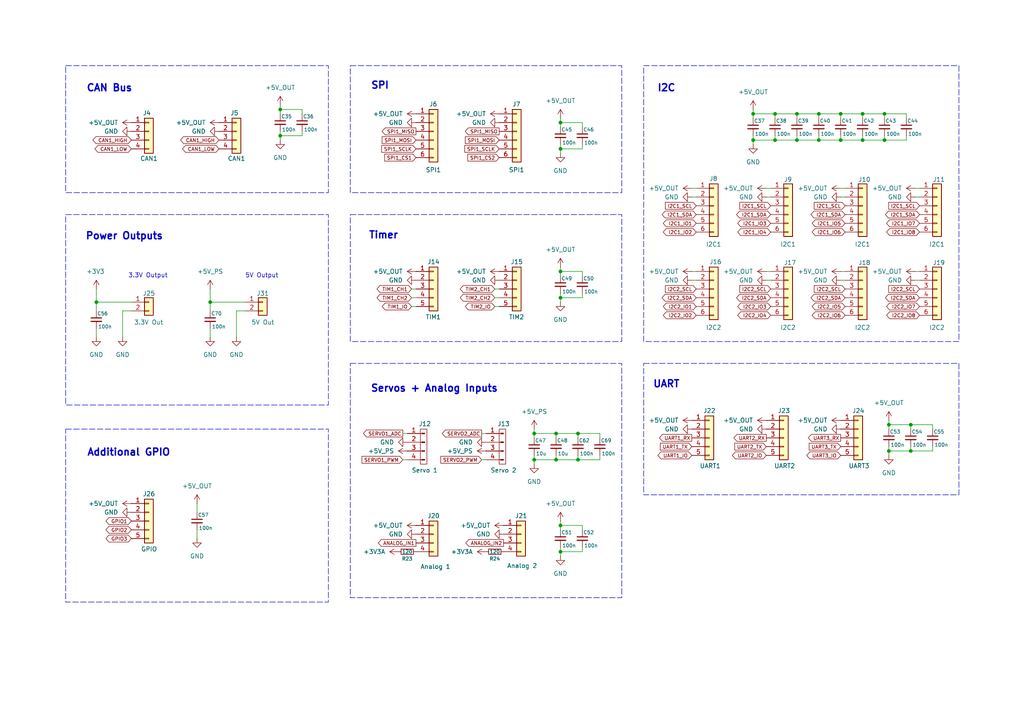
<source format=kicad_sch>
(kicad_sch (version 20231120) (generator "eeschema") (generator_version "8.0")
  (paper "A4")
  (title_block (title "LARS Hardware Interface") (date "2025-03-04") (rev "v1.0") (company "CAuDri e.V.") (comment 1 "Source: https://ohwr.org/cern_ohl_w_v2.txt") (comment 2 "A copy of the license is included in the LICENSE file.") (comment 3 "Redistribution and modifications must comply with CERN-OHL-W v2.") (comment 4 "This design is licensed under CERN Open Hardware Licence Version 2."))
  (junction (at 81.28 39.37))
  (junction (at 237.49 40.64))
  (junction (at 162.56 152.4))
  (junction (at 243.84 40.64))
  (junction (at 257.81 123.19))
  (junction (at 27.94 87.63))
  (junction (at 154.94 125.73))
  (junction (at 264.16 123.19))
  (junction (at 154.94 133.35))
  (junction (at 256.54 33.02))
  (junction (at 231.14 33.02))
  (junction (at 162.56 35.56))
  (junction (at 250.19 33.02))
  (junction (at 250.19 40.64))
  (junction (at 256.54 40.64))
  (junction (at 162.56 160.02))
  (junction (at 218.44 33.02))
  (junction (at 167.64 125.73))
  (junction (at 162.56 86.36))
  (junction (at 161.29 125.73))
  (junction (at 224.79 40.64))
  (junction (at 243.84 33.02))
  (junction (at 237.49 33.02))
  (junction (at 162.56 78.74))
  (junction (at 224.79 33.02))
  (junction (at 162.56 43.18))
  (junction (at 60.96 87.63))
  (junction (at 264.16 130.81))
  (junction (at 81.28 31.75))
  (junction (at 161.29 133.35))
  (junction (at 218.44 40.64))
  (junction (at 231.14 40.64))
  (junction (at 167.64 133.35))
  (junction (at 257.81 130.81))
  (wire (pts (xy 87.63 33.02) (xy 87.63 31.75)))
  (wire (pts (xy 265.43 54.61) (xy 266.7 54.61)))
  (wire (pts (xy 256.54 40.64) (xy 262.89 40.64)))
  (wire (pts (xy 257.81 129.54) (xy 257.81 130.81)))
  (wire (pts (xy 231.14 40.64) (xy 224.79 40.64)))
  (wire (pts (xy 250.19 34.29) (xy 250.19 33.02)))
  (wire (pts (xy 237.49 34.29) (xy 237.49 33.02)))
  (wire (pts (xy 162.56 160.02) (xy 168.91 160.02)))
  (wire (pts (xy 265.43 81.28) (xy 266.7 81.28)))
  (wire (pts (xy 162.56 152.4) (xy 168.91 152.4)))
  (wire (pts (xy 57.15 153.67) (xy 57.15 156.21)))
  (wire (pts (xy 270.51 129.54) (xy 270.51 130.81)))
  (wire (pts (xy 256.54 34.29) (xy 256.54 33.02)))
  (wire (pts (xy 243.84 34.29) (xy 243.84 33.02)))
  (wire (pts (xy 162.56 34.29) (xy 162.56 35.56)))
  (wire (pts (xy 27.94 87.63) (xy 27.94 90.17)))
  (wire (pts (xy 162.56 78.74) (xy 162.56 80.01)))
  (wire (pts (xy 27.94 87.63) (xy 27.94 83.82)))
  (wire (pts (xy 264.16 130.81) (xy 270.51 130.81)))
  (wire (pts (xy 218.44 40.64) (xy 218.44 41.91)))
  (wire (pts (xy 256.54 33.02) (xy 250.19 33.02)))
  (wire (pts (xy 218.44 31.75) (xy 218.44 33.02)))
  (wire (pts (xy 257.81 123.19) (xy 264.16 123.19)))
  (wire (pts (xy 154.94 133.35) (xy 154.94 134.62)))
  (wire (pts (xy 119.38 88.9) (xy 120.65 88.9)))
  (wire (pts (xy 218.44 40.64) (xy 224.79 40.64)))
  (wire (pts (xy 264.16 123.19) (xy 270.51 123.19)))
  (wire (pts (xy 154.94 125.73) (xy 154.94 127)))
  (wire (pts (xy 143.51 83.82) (xy 144.78 83.82)))
  (wire (pts (xy 250.19 40.64) (xy 256.54 40.64)))
  (wire (pts (xy 231.14 34.29) (xy 231.14 33.02)))
  (wire (pts (xy 162.56 158.75) (xy 162.56 160.02)))
  (wire (pts (xy 167.64 127) (xy 167.64 125.73)))
  (wire (pts (xy 162.56 43.18) (xy 168.91 43.18)))
  (wire (pts (xy 38.1 90.17) (xy 35.56 90.17)))
  (wire (pts (xy 237.49 40.64) (xy 243.84 40.64)))
  (wire (pts (xy 257.81 123.19) (xy 257.81 124.46)))
  (wire (pts (xy 262.89 33.02) (xy 256.54 33.02)))
  (wire (pts (xy 162.56 160.02) (xy 162.56 161.29)))
  (wire (pts (xy 27.94 95.25) (xy 27.94 97.79)))
  (wire (pts (xy 243.84 39.37) (xy 243.84 40.64)))
  (wire (pts (xy 154.94 132.08) (xy 154.94 133.35)))
  (wire (pts (xy 168.91 80.01) (xy 168.91 78.74)))
  (wire (pts (xy 173.99 127) (xy 173.99 125.73)))
  (wire (pts (xy 231.14 39.37) (xy 231.14 40.64)))
  (wire (pts (xy 162.56 86.36) (xy 162.56 87.63)))
  (wire (pts (xy 237.49 33.02) (xy 243.84 33.02)))
  (wire (pts (xy 224.79 39.37) (xy 224.79 40.64)))
  (wire (pts (xy 243.84 57.15) (xy 245.11 57.15)))
  (wire (pts (xy 161.29 133.35) (xy 167.64 133.35)))
  (wire (pts (xy 256.54 39.37) (xy 256.54 40.64)))
  (wire (pts (xy 139.7 133.35) (xy 140.97 133.35)))
  (wire (pts (xy 143.51 86.36) (xy 144.78 86.36)))
  (wire (pts (xy 200.66 54.61) (xy 201.93 54.61)))
  (wire (pts (xy 116.84 125.73) (xy 118.11 125.73)))
  (wire (pts (xy 243.84 54.61) (xy 245.11 54.61)))
  (wire (pts (xy 222.25 54.61) (xy 223.52 54.61)))
  (wire (pts (xy 264.16 124.46) (xy 264.16 123.19)))
  (wire (pts (xy 162.56 35.56) (xy 162.56 36.83)))
  (wire (pts (xy 162.56 152.4) (xy 162.56 153.67)))
  (wire (pts (xy 243.84 81.28) (xy 245.11 81.28)))
  (wire (pts (xy 200.66 81.28) (xy 201.93 81.28)))
  (wire (pts (xy 154.94 133.35) (xy 161.29 133.35)))
  (wire (pts (xy 161.29 127) (xy 161.29 125.73)))
  (wire (pts (xy 68.58 90.17) (xy 68.58 97.79)))
  (wire (pts (xy 168.91 36.83) (xy 168.91 35.56)))
  (wire (pts (xy 119.38 86.36) (xy 120.65 86.36)))
  (wire (pts (xy 154.94 124.46) (xy 154.94 125.73)))
  (wire (pts (xy 161.29 132.08) (xy 161.29 133.35)))
  (wire (pts (xy 119.38 83.82) (xy 120.65 83.82)))
  (wire (pts (xy 35.56 90.17) (xy 35.56 97.79)))
  (wire (pts (xy 81.28 38.1) (xy 81.28 39.37)))
  (wire (pts (xy 168.91 41.91) (xy 168.91 43.18)))
  (wire (pts (xy 243.84 78.74) (xy 245.11 78.74)))
  (wire (pts (xy 265.43 78.74) (xy 266.7 78.74)))
  (wire (pts (xy 60.96 87.63) (xy 71.12 87.63)))
  (wire (pts (xy 167.64 133.35) (xy 173.99 133.35)))
  (wire (pts (xy 162.56 43.18) (xy 162.56 44.45)))
  (wire (pts (xy 224.79 33.02) (xy 231.14 33.02)))
  (wire (pts (xy 162.56 78.74) (xy 168.91 78.74)))
  (wire (pts (xy 168.91 153.67) (xy 168.91 152.4)))
  (wire (pts (xy 167.64 132.08) (xy 167.64 133.35)))
  (wire (pts (xy 81.28 31.75) (xy 87.63 31.75)))
  (wire (pts (xy 257.81 121.92) (xy 257.81 123.19)))
  (wire (pts (xy 200.66 57.15) (xy 201.93 57.15)))
  (wire (pts (xy 57.15 146.05) (xy 57.15 148.59)))
  (wire (pts (xy 162.56 77.47) (xy 162.56 78.74)))
  (wire (pts (xy 222.25 78.74) (xy 223.52 78.74)))
  (wire (pts (xy 162.56 41.91) (xy 162.56 43.18)))
  (wire (pts (xy 71.12 90.17) (xy 68.58 90.17)))
  (wire (pts (xy 224.79 34.29) (xy 224.79 33.02)))
  (wire (pts (xy 154.94 125.73) (xy 161.29 125.73)))
  (wire (pts (xy 81.28 39.37) (xy 81.28 40.64)))
  (wire (pts (xy 168.91 85.09) (xy 168.91 86.36)))
  (wire (pts (xy 231.14 33.02) (xy 237.49 33.02)))
  (wire (pts (xy 60.96 87.63) (xy 60.96 90.17)))
  (wire (pts (xy 168.91 158.75) (xy 168.91 160.02)))
  (wire (pts (xy 27.94 87.63) (xy 38.1 87.63)))
  (wire (pts (xy 162.56 151.13) (xy 162.56 152.4)))
  (wire (pts (xy 167.64 125.73) (xy 173.99 125.73)))
  (wire (pts (xy 161.29 125.73) (xy 167.64 125.73)))
  (wire (pts (xy 87.63 38.1) (xy 87.63 39.37)))
  (wire (pts (xy 243.84 33.02) (xy 250.19 33.02)))
  (wire (pts (xy 200.66 78.74) (xy 201.93 78.74)))
  (wire (pts (xy 81.28 30.48) (xy 81.28 31.75)))
  (wire (pts (xy 262.89 39.37) (xy 262.89 40.64)))
  (wire (pts (xy 270.51 124.46) (xy 270.51 123.19)))
  (wire (pts (xy 162.56 85.09) (xy 162.56 86.36)))
  (wire (pts (xy 218.44 39.37) (xy 218.44 40.64)))
  (wire (pts (xy 60.96 87.63) (xy 60.96 83.82)))
  (wire (pts (xy 237.49 39.37) (xy 237.49 40.64)))
  (wire (pts (xy 81.28 31.75) (xy 81.28 33.02)))
  (wire (pts (xy 81.28 39.37) (xy 87.63 39.37)))
  (wire (pts (xy 173.99 132.08) (xy 173.99 133.35)))
  (wire (pts (xy 250.19 39.37) (xy 250.19 40.64)))
  (wire (pts (xy 162.56 35.56) (xy 168.91 35.56)))
  (wire (pts (xy 116.84 133.35) (xy 118.11 133.35)))
  (wire (pts (xy 143.51 88.9) (xy 144.78 88.9)))
  (wire (pts (xy 222.25 81.28) (xy 223.52 81.28)))
  (wire (pts (xy 139.7 125.73) (xy 140.97 125.73)))
  (wire (pts (xy 218.44 33.02) (xy 218.44 34.29)))
  (wire (pts (xy 231.14 40.64) (xy 237.49 40.64)))
  (wire (pts (xy 264.16 129.54) (xy 264.16 130.81)))
  (wire (pts (xy 265.43 57.15) (xy 266.7 57.15)))
  (wire (pts (xy 162.56 86.36) (xy 168.91 86.36)))
  (wire (pts (xy 222.25 57.15) (xy 223.52 57.15)))
  (wire (pts (xy 257.81 130.81) (xy 257.81 132.08)))
  (wire (pts (xy 60.96 95.25) (xy 60.96 97.79)))
  (wire (pts (xy 218.44 33.02) (xy 224.79 33.02)))
  (wire (pts (xy 243.84 40.64) (xy 250.19 40.64)))
  (wire (pts (xy 257.81 130.81) (xy 264.16 130.81)))
  (wire (pts (xy 262.89 34.29) (xy 262.89 33.02)))
  (rectangle (start 101.6 105.41) (end 180.34 173.355) (stroke (width 0) (type dash)))
  (rectangle (start 186.69 105.41) (end 278.13 143.51) (stroke (width 0) (type dash)))
  (rectangle (start 19.05 124.46) (end 95.25 174.625) (stroke (width 0) (type dash)))
  (rectangle (start 101.6 19.05) (end 180.34 55.88) (stroke (width 0) (type dash)))
  (rectangle (start 101.6 62.23) (end 180.34 99.06) (stroke (width 0) (type dash)))
  (rectangle (start 186.69 19.05) (end 278.13 99.06) (stroke (width 0) (type dash)))
  (rectangle (start 19.05 62.23) (end 95.25 117.475) (stroke (width 0) (type dash)))
  (rectangle (start 19.05 19.05) (end 95.25 55.88) (stroke (width 0) (type dash)))
  (rectangle (start 204.47 78.74) (end 204.47 78.74))
  (text "Servos + Analog Inputs\n" (at 125.984 112.776 0) (effects (font (size 2.032 2.032) (thickness 0.4064) (bold yes))))
  (text "CAN Bus" (at 31.75 25.654 0) (effects (font (size 2.032 2.032) (thickness 0.4064) (bold yes))))
  (text "Timer" (at 111.252 68.326 0) (effects (font (size 2.032 2.032) (thickness 0.4064) (bold yes))))
  (text "5V Output" (at 75.946 80.01 0) (effects (font (size 1.27 1.27))))
  (text "Power Outputs" (at 36.068 68.58 0) (effects (font (size 2.032 2.032) (thickness 0.4064) (bold yes))))
  (text "SPI" (at 110.236 24.892 0) (effects (font (size 2.032 2.032) (thickness 0.4064) (bold yes))))
  (text "UART\n" (at 193.294 111.506 0) (effects (font (size 2.032 2.032) (thickness 0.4064) (bold yes))))
  (text "I2C" (at 193.294 25.654 0) (effects (font (size 2.032 2.032) (thickness 0.4064) (bold yes))))
  (text "Additional GPIO" (at 37.338 131.318 0) (effects (font (size 2.032 2.032) (thickness 0.4064) (bold yes))))
  (text "3.3V Output" (at 42.926 80.01 0) (effects (font (size 1.27 1.27))))
  (global_label "I2C1_SCL" (shape input) (at 266.7 59.69 180) (effects (font (size 1.016 1.016))) (property "Intersheetrefs" "${INTERSHEET_REFS}" (effects (hide yes))))
  (global_label "UART1_TX" (shape input) (at 200.66 129.54 180) (effects (font (size 1.016 1.016))) (property "Intersheetrefs" "${INTERSHEET_REFS}" (effects (hide yes))))
  (global_label "I2C2_IO1" (shape bidirectional) (at 201.93 88.9 180) (effects (font (size 1.016 1.016))) (property "Intersheetrefs" "${INTERSHEET_REFS}" (effects (hide yes))))
  (global_label "SPI1_MOSI" (shape input) (at 144.78 40.64 180) (effects (font (size 1.016 1.016))) (property "Intersheetrefs" "${INTERSHEET_REFS}" (effects (hide yes))))
  (global_label "SPI1_MISO" (shape output) (at 120.65 38.1 180) (effects (font (size 1.016 1.016))) (property "Intersheetrefs" "${INTERSHEET_REFS}" (effects (hide yes))))
  (global_label "I2C2_SCL" (shape input) (at 223.52 83.82 180) (effects (font (size 1.016 1.016))) (property "Intersheetrefs" "${INTERSHEET_REFS}" (effects (hide yes))))
  (global_label "I2C1_IO7" (shape bidirectional) (at 266.7 64.77 180) (effects (font (size 1.016 1.016))) (property "Intersheetrefs" "${INTERSHEET_REFS}" (effects (hide yes))))
  (global_label "TIM1_IO" (shape bidirectional) (at 119.38 88.9 180) (effects (font (size 1.016 1.016))) (property "Intersheetrefs" "${INTERSHEET_REFS}" (effects (hide yes))))
  (global_label "I2C2_IO4" (shape bidirectional) (at 223.52 91.44 180) (effects (font (size 1.016 1.016))) (property "Intersheetrefs" "${INTERSHEET_REFS}" (effects (hide yes))))
  (global_label "I2C1_IO6" (shape bidirectional) (at 245.11 67.31 180) (effects (font (size 1.016 1.016))) (property "Intersheetrefs" "${INTERSHEET_REFS}" (effects (hide yes))))
  (global_label "SERVO1_ADC" (shape output) (at 116.84 125.73 180) (effects (font (size 1.016 1.016))) (property "Intersheetrefs" "${INTERSHEET_REFS}" (effects (hide yes))))
  (global_label "SPI1_SCLK" (shape input) (at 120.65 43.18 180) (effects (font (size 1.016 1.016))) (property "Intersheetrefs" "${INTERSHEET_REFS}" (effects (hide yes))))
  (global_label "I2C1_SDA" (shape bidirectional) (at 245.11 62.23 180) (effects (font (size 1.016 1.016))) (property "Intersheetrefs" "${INTERSHEET_REFS}" (effects (hide yes))))
  (global_label "UART2_IO" (shape bidirectional) (at 222.25 132.08 180) (effects (font (size 1.016 1.016))) (property "Intersheetrefs" "${INTERSHEET_REFS}" (effects (hide yes))))
  (global_label "I2C2_SCL" (shape input) (at 245.11 83.82 180) (effects (font (size 1.016 1.016))) (property "Intersheetrefs" "${INTERSHEET_REFS}" (effects (hide yes))))
  (global_label "I2C2_SDA" (shape bidirectional) (at 201.93 86.36 180) (effects (font (size 1.016 1.016))) (property "Intersheetrefs" "${INTERSHEET_REFS}" (effects (hide yes))))
  (global_label "I2C2_IO5" (shape bidirectional) (at 245.11 88.9 180) (effects (font (size 1.016 1.016))) (property "Intersheetrefs" "${INTERSHEET_REFS}" (effects (hide yes))))
  (global_label "I2C1_IO3" (shape bidirectional) (at 223.52 64.77 180) (effects (font (size 1.016 1.016))) (property "Intersheetrefs" "${INTERSHEET_REFS}" (effects (hide yes))))
  (global_label "TIM2_CH2" (shape bidirectional) (at 143.51 86.36 180) (effects (font (size 1.016 1.016))) (property "Intersheetrefs" "${INTERSHEET_REFS}" (effects (hide yes))))
  (global_label "GPIO1" (shape bidirectional) (at 38.1 151.13 180) (effects (font (size 1.016 1.016))) (property "Intersheetrefs" "${INTERSHEET_REFS}" (effects (hide yes))))
  (global_label "I2C2_IO2" (shape bidirectional) (at 201.93 91.44 180) (effects (font (size 1.016 1.016))) (property "Intersheetrefs" "${INTERSHEET_REFS}" (effects (hide yes))))
  (global_label "I2C1_SDA" (shape bidirectional) (at 201.93 62.23 180) (effects (font (size 1.016 1.016))) (property "Intersheetrefs" "${INTERSHEET_REFS}" (effects (hide yes))))
  (global_label "I2C2_SCL" (shape input) (at 201.93 83.82 180) (effects (font (size 1.016 1.016))) (property "Intersheetrefs" "${INTERSHEET_REFS}" (effects (hide yes))))
  (global_label "I2C2_SCL" (shape input) (at 266.7 83.82 180) (effects (font (size 1.016 1.016))) (property "Intersheetrefs" "${INTERSHEET_REFS}" (effects (hide yes))))
  (global_label "CAN1_HIGH" (shape bidirectional) (at 38.1 40.64 180) (effects (font (size 1.016 1.016))) (property "Intersheetrefs" "${INTERSHEET_REFS}" (effects (hide yes))))
  (global_label "I2C1_SCL" (shape input) (at 223.52 59.69 180) (effects (font (size 1.016 1.016))) (property "Intersheetrefs" "${INTERSHEET_REFS}" (effects (hide yes))))
  (global_label "I2C1_IO1" (shape bidirectional) (at 201.93 64.77 180) (effects (font (size 1.016 1.016))) (property "Intersheetrefs" "${INTERSHEET_REFS}" (effects (hide yes))))
  (global_label "UART1_IO" (shape bidirectional) (at 200.66 132.08 180) (effects (font (size 1.016 1.016))) (property "Intersheetrefs" "${INTERSHEET_REFS}" (effects (hide yes))))
  (global_label "ANALOG_IN1" (shape output) (at 120.65 157.48 180) (effects (font (size 1.016 1.016))) (property "Intersheetrefs" "${INTERSHEET_REFS}" (effects (hide yes))))
  (global_label "UART3_IO" (shape bidirectional) (at 243.84 132.08 180) (effects (font (size 1.016 1.016))) (property "Intersheetrefs" "${INTERSHEET_REFS}" (effects (hide yes))))
  (global_label "I2C1_SDA" (shape bidirectional) (at 266.7 62.23 180) (effects (font (size 1.016 1.016))) (property "Intersheetrefs" "${INTERSHEET_REFS}" (effects (hide yes))))
  (global_label "I2C2_IO6" (shape bidirectional) (at 245.11 91.44 180) (effects (font (size 1.016 1.016))) (property "Intersheetrefs" "${INTERSHEET_REFS}" (effects (hide yes))))
  (global_label "UART3_TX" (shape input) (at 243.84 129.54 180) (effects (font (size 1.016 1.016))) (property "Intersheetrefs" "${INTERSHEET_REFS}" (effects (hide yes))))
  (global_label "I2C1_IO2" (shape bidirectional) (at 201.93 67.31 180) (effects (font (size 1.016 1.016))) (property "Intersheetrefs" "${INTERSHEET_REFS}" (effects (hide yes))))
  (global_label "I2C2_SDA" (shape bidirectional) (at 245.11 86.36 180) (effects (font (size 1.016 1.016))) (property "Intersheetrefs" "${INTERSHEET_REFS}" (effects (hide yes))))
  (global_label "SERVO2_ADC" (shape output) (at 139.7 125.73 180) (effects (font (size 1.016 1.016))) (property "Intersheetrefs" "${INTERSHEET_REFS}" (effects (hide yes))))
  (global_label "I2C1_SDA" (shape bidirectional) (at 223.52 62.23 180) (effects (font (size 1.016 1.016))) (property "Intersheetrefs" "${INTERSHEET_REFS}" (effects (hide yes))))
  (global_label "I2C1_IO8" (shape bidirectional) (at 266.7 67.31 180) (effects (font (size 1.016 1.016))) (property "Intersheetrefs" "${INTERSHEET_REFS}" (effects (hide yes))))
  (global_label "UART2_RX" (shape output) (at 222.25 127 180) (effects (font (size 1.016 1.016))) (property "Intersheetrefs" "${INTERSHEET_REFS}" (effects (hide yes))))
  (global_label "SPI1_MISO" (shape output) (at 144.78 38.1 180) (effects (font (size 1.016 1.016))) (property "Intersheetrefs" "${INTERSHEET_REFS}" (effects (hide yes))))
  (global_label "SPI1_SCLK" (shape input) (at 144.78 43.18 180) (effects (font (size 1.016 1.016))) (property "Intersheetrefs" "${INTERSHEET_REFS}" (effects (hide yes))))
  (global_label "ANALOG_IN2" (shape output) (at 146.05 157.48 180) (effects (font (size 1.016 1.016))) (property "Intersheetrefs" "${INTERSHEET_REFS}" (effects (hide yes))))
  (global_label "I2C1_IO4" (shape bidirectional) (at 223.52 67.31 180) (effects (font (size 1.016 1.016))) (property "Intersheetrefs" "${INTERSHEET_REFS}" (effects (hide yes))))
  (global_label "CAN1_LOW" (shape bidirectional) (at 38.1 43.18 180) (effects (font (size 1.016 1.016))) (property "Intersheetrefs" "${INTERSHEET_REFS}" (effects (hide yes))))
  (global_label "I2C1_IO5" (shape bidirectional) (at 245.11 64.77 180) (effects (font (size 1.016 1.016))) (property "Intersheetrefs" "${INTERSHEET_REFS}" (effects (hide yes))))
  (global_label "I2C1_SCL" (shape input) (at 245.11 59.69 180) (effects (font (size 1.016 1.016))) (property "Intersheetrefs" "${INTERSHEET_REFS}" (effects (hide yes))))
  (global_label "CAN1_LOW" (shape bidirectional) (at 63.5 43.18 180) (effects (font (size 1.016 1.016))) (property "Intersheetrefs" "${INTERSHEET_REFS}" (effects (hide yes))))
  (global_label "I2C2_IO8" (shape bidirectional) (at 266.7 91.44 180) (effects (font (size 1.016 1.016))) (property "Intersheetrefs" "${INTERSHEET_REFS}" (effects (hide yes))))
  (global_label "GPIO3" (shape bidirectional) (at 38.1 156.21 180) (effects (font (size 1.016 1.016))) (property "Intersheetrefs" "${INTERSHEET_REFS}" (effects (hide yes))))
  (global_label "TIM2_CH1" (shape bidirectional) (at 143.51 83.82 180) (effects (font (size 1.016 1.016))) (property "Intersheetrefs" "${INTERSHEET_REFS}" (effects (hide yes))))
  (global_label "UART2_TX" (shape input) (at 222.25 129.54 180) (effects (font (size 1.016 1.016))) (property "Intersheetrefs" "${INTERSHEET_REFS}" (effects (hide yes))))
  (global_label "SPI1_CS1" (shape input) (at 120.65 45.72 180) (effects (font (size 1.016 1.016))) (property "Intersheetrefs" "${INTERSHEET_REFS}" (effects (hide yes))))
  (global_label "I2C2_IO3" (shape bidirectional) (at 223.52 88.9 180) (effects (font (size 1.016 1.016))) (property "Intersheetrefs" "${INTERSHEET_REFS}" (effects (hide yes))))
  (global_label "TIM1_CH1" (shape bidirectional) (at 119.38 83.82 180) (effects (font (size 1.016 1.016))) (property "Intersheetrefs" "${INTERSHEET_REFS}" (effects (hide yes))))
  (global_label "CAN1_HIGH" (shape bidirectional) (at 63.5 40.64 180) (effects (font (size 1.016 1.016))) (property "Intersheetrefs" "${INTERSHEET_REFS}" (effects (hide yes))))
  (global_label "TIM1_CH2" (shape bidirectional) (at 119.38 86.36 180) (effects (font (size 1.016 1.016))) (property "Intersheetrefs" "${INTERSHEET_REFS}" (effects (hide yes))))
  (global_label "I2C2_IO7" (shape bidirectional) (at 266.7 88.9 180) (effects (font (size 1.016 1.016))) (property "Intersheetrefs" "${INTERSHEET_REFS}" (effects (hide yes))))
  (global_label "SERVO1_PWM" (shape input) (at 116.84 133.35 180) (effects (font (size 1.016 1.016))) (property "Intersheetrefs" "${INTERSHEET_REFS}" (effects (hide yes))))
  (global_label "SPI1_CS2" (shape input) (at 144.78 45.72 180) (effects (font (size 1.016 1.016))) (property "Intersheetrefs" "${INTERSHEET_REFS}" (effects (hide yes))))
  (global_label "I2C2_SDA" (shape bidirectional) (at 223.52 86.36 180) (effects (font (size 1.016 1.016))) (property "Intersheetrefs" "${INTERSHEET_REFS}" (effects (hide yes))))
  (global_label "I2C2_SDA" (shape bidirectional) (at 266.7 86.36 180) (effects (font (size 1.016 1.016))) (property "Intersheetrefs" "${INTERSHEET_REFS}" (effects (hide yes))))
  (global_label "TIM2_IO" (shape bidirectional) (at 143.51 88.9 180) (effects (font (size 1.016 1.016))) (property "Intersheetrefs" "${INTERSHEET_REFS}" (effects (hide yes))))
  (global_label "UART1_RX" (shape output) (at 200.66 127 180) (effects (font (size 1.016 1.016))) (property "Intersheetrefs" "${INTERSHEET_REFS}" (effects (hide yes))))
  (global_label "UART3_RX" (shape output) (at 243.84 127 180) (effects (font (size 1.016 1.016))) (property "Intersheetrefs" "${INTERSHEET_REFS}" (effects (hide yes))))
  (global_label "SPI1_MOSI" (shape input) (at 120.65 40.64 180) (effects (font (size 1.016 1.016))) (property "Intersheetrefs" "${INTERSHEET_REFS}" (effects (hide yes))))
  (global_label "GPIO2" (shape bidirectional) (at 38.1 153.67 180) (effects (font (size 1.016 1.016))) (property "Intersheetrefs" "${INTERSHEET_REFS}" (effects (hide yes))))
  (global_label "SERVO2_PWM" (shape input) (at 139.7 133.35 180) (effects (font (size 1.016 1.016))) (property "Intersheetrefs" "${INTERSHEET_REFS}" (effects (hide yes))))
  (global_label "I2C1_SCL" (shape input) (at 201.93 59.69 180) (effects (font (size 1.016 1.016))) (property "Intersheetrefs" "${INTERSHEET_REFS}" (effects (hide yes))))
  (symbol (lib_id "power:+3.3V") (at 162.56 34.29 0) (unit 1)
    (property "Reference" "#PWR073" (effects (hide yes)))
    (property "Value" "+5V_OUT" (at 162.56 29.21 0))
    (property "Description" "Power symbol creates a global label with name \"+3.3V\"" (effects (hide yes)))
  )
  (symbol (lib_id "LARS_Hardware_Interface:Connector 1x4") (at 125.73 154.94 0) (unit 1)
    (property "Reference" "J20" (at 123.952 149.606 0) (effects (justify left)))
    (property "Value" "Analog 1" (at 121.92 164.338 0) (effects (justify left)))
    (property "Footprint" "LARS_Hardware_Interface:JST_XH_B4B-XH-A_1x04_P2.50mm_Vertical" (effects (hide yes)))
    (property "Description" "Generic Connector 4-Pin (JST-XH 2.50mm)" (effects (hide yes)))
  )
  (symbol (lib_id "LARS_Hardware_Interface:C_Small") (at 262.89 36.83 0) (unit 1)
    (property "Reference" "C44" (at 263.144 35.052 0) (effects (font (size 1.016 1.016)) (justify left)))
    (property "Value" "100n" (at 263.398 38.862 0) (effects (font (size 1.016 1.016)) (justify left)))
    (property "Footprint" "LARS_Hardware_Interface:C_0805_2012Metric" (effects (hide yes)))
    (property "Description" "Unpolarized capacitor, small symbol" (effects (hide yes)))
  )
  (symbol (lib_id "power:+5V") (at 243.84 121.92 90) (unit 1)
    (property "Reference" "#PWR0121" (effects (hide yes)))
    (property "Value" "+5V_OUT" (at 240.03 121.9199 90) (effects (justify left)))
    (property "Description" "Power symbol creates a global label with name \"+5V\"" (effects (hide yes)))
  )
  (symbol (lib_id "power:GND") (at 222.25 124.46 270) (unit 1)
    (property "Reference" "#PWR0125" (effects (hide yes)))
    (property "Value" "GND" (at 218.44 124.4599 90) (effects (justify right)))
    (property "Description" "Power symbol creates a global label with name \"GND\" , ground" (effects (hide yes)))
  )
  (symbol (lib_id "power:GND") (at 222.25 57.15 270) (unit 1)
    (property "Reference" "#PWR088" (effects (hide yes)))
    (property "Value" "GND" (at 218.44 57.1499 90) (effects (justify right)))
    (property "Description" "Power symbol creates a global label with name \"GND\" , ground" (effects (hide yes)))
  )
  (symbol (lib_id "LARS_Hardware_Interface:C_Small") (at 168.91 156.21 0) (unit 1)
    (property "Reference" "C52" (at 169.164 154.432 0) (effects (font (size 1.016 1.016)) (justify left)))
    (property "Value" "100n" (at 169.418 158.242 0) (effects (font (size 1.016 1.016)) (justify left)))
    (property "Footprint" "LARS_Hardware_Interface:C_0805_2012Metric" (effects (hide yes)))
    (property "Description" "Unpolarized capacitor, small symbol" (effects (hide yes)))
  )
  (symbol (lib_id "LARS_Hardware_Interface:Connector 1x6") (at 228.6 59.69 0) (unit 1)
    (property "Reference" "J9" (at 227.33 52.07 0) (effects (justify left)))
    (property "Value" "I2C1" (at 226.314 70.866 0) (effects (justify left)))
    (property "Footprint" "LARS_Hardware_Interface:JST_XH_B6B-XH-A_1x06_P2.50mm_Vertical" (effects (hide yes)))
    (property "Description" "Generic Connector 6-Pin (JST-XH 2.50mm)" (effects (hide yes)))
  )
  (symbol (lib_id "LARS_Hardware_Interface:Connector 1x2") (at 43.18 87.63 0) (unit 1)
    (property "Reference" "J25" (at 41.402 85.09 0) (effects (justify left)))
    (property "Value" "3.3V Out" (at 38.862 93.472 0) (effects (justify left)))
    (property "Footprint" "LARS_Hardware_Interface:JST_XH_B2B-XH-A_1x02_P2.50mm_Vertical" (effects (hide yes)))
    (property "Description" "Generic Connector 2-Pin (JST-XH 2.50mm)" (effects (hide yes)))
  )
  (symbol (lib_id "power:GND") (at 243.84 81.28 270) (unit 1)
    (property "Reference" "#PWR0103" (effects (hide yes)))
    (property "Value" "GND" (at 240.03 81.2799 90) (effects (justify right)))
    (property "Description" "Power symbol creates a global label with name \"GND\" , ground" (effects (hide yes)))
  )
  (symbol (lib_id "power:GND") (at 200.66 81.28 270) (unit 1)
    (property "Reference" "#PWR0101" (effects (hide yes)))
    (property "Value" "GND" (at 196.85 81.2799 90) (effects (justify right)))
    (property "Description" "Power symbol creates a global label with name \"GND\" , ground" (effects (hide yes)))
  )
  (symbol (lib_id "LARS_Hardware_Interface:Connector 1x5") (at 149.86 83.82 0) (unit 1)
    (property "Reference" "J15" (at 148.082 75.946 0) (effects (justify left)))
    (property "Value" "TIM2" (at 147.574 91.948 0) (effects (justify left)))
    (property "Footprint" "LARS_Hardware_Interface:JST_XH_B5B-XH-A_1x05_P2.50mm_Vertical" (effects (hide yes)))
    (property "Description" "Generic Connector 5-Pin (JST-XH 2.50mm)" (effects (hide yes)))
  )
  (symbol (lib_id "power:GND") (at 68.58 97.79 0) (unit 1)
    (property "Reference" "#PWR0164" (effects (hide yes)))
    (property "Value" "GND" (at 68.58 102.87 0))
    (property "Description" "Power symbol creates a global label with name \"GND\" , ground" (effects (hide yes)))
  )
  (symbol (lib_id "power:GND") (at 162.56 87.63 0) (unit 1)
    (property "Reference" "#PWR0110" (effects (hide yes)))
    (property "Value" "GND" (at 162.56 92.71 0))
    (property "Description" "Power symbol creates a global label with name \"GND\" , ground" (effects (hide yes)))
  )
  (symbol (lib_id "power:+5V") (at 144.78 78.74 90) (unit 1)
    (property "Reference" "#PWR094" (effects (hide yes)))
    (property "Value" "+5V_OUT" (at 140.97 78.7399 90) (effects (justify left)))
    (property "Description" "Power symbol creates a global label with name \"+5V\"" (effects (hide yes)))
  )
  (symbol (lib_id "LARS_Hardware_Interface:Connector 1x6") (at 228.6 83.82 0) (unit 1)
    (property "Reference" "J17" (at 227.33 76.2 0) (effects (justify left)))
    (property "Value" "I2C2" (at 226.314 94.996 0) (effects (justify left)))
    (property "Footprint" "LARS_Hardware_Interface:JST_XH_B6B-XH-A_1x06_P2.50mm_Vertical" (effects (hide yes)))
    (property "Description" "Generic Connector 6-Pin (JST-XH 2.50mm)" (effects (hide yes)))
  )
  (symbol (lib_id "LARS_Hardware_Interface:C_Small") (at 224.79 36.83 0) (unit 1)
    (property "Reference" "C38" (at 225.044 35.052 0) (effects (font (size 1.016 1.016)) (justify left)))
    (property "Value" "100n" (at 225.298 38.862 0) (effects (font (size 1.016 1.016)) (justify left)))
    (property "Footprint" "LARS_Hardware_Interface:C_0805_2012Metric" (effects (hide yes)))
    (property "Description" "Unpolarized capacitor, small symbol" (effects (hide yes)))
  )
  (symbol (lib_id "LARS_Hardware_Interface:C_Small") (at 257.81 127 0) (unit 1)
    (property "Reference" "C53" (at 258.064 125.222 0) (effects (font (size 1.016 1.016)) (justify left)))
    (property "Value" "100n" (at 258.318 129.032 0) (effects (font (size 1.016 1.016)) (justify left)))
    (property "Footprint" "LARS_Hardware_Interface:C_0805_2012Metric" (effects (hide yes)))
    (property "Description" "Unpolarized capacitor, small symbol" (effects (hide yes)))
  )
  (symbol (lib_id "LARS_Hardware_Interface:Pin Header 1x4") (at 123.19 128.27 0) (mirror y) (unit 1)
    (property "Reference" "J12" (at 121.412 122.936 0) (effects (justify right)))
    (property "Value" "Servo 1" (at 119.38 136.398 0) (effects (justify right)))
    (property "Footprint" "LARS_Hardware_Interface:PinHeader_1x04_P2.54mm_Vertical" (effects (hide yes)))
    (property "Description" "Pin Header with 2.54mm pitch for Dupont Connectors" (effects (hide yes)))
  )
  (symbol (lib_id "power:GND") (at 38.1 38.1 270) (unit 1)
    (property "Reference" "#PWR078" (effects (hide yes)))
    (property "Value" "GND" (at 34.29 38.0999 90) (effects (justify right)))
    (property "Description" "Power symbol creates a global label with name \"GND\" , ground" (effects (hide yes)))
  )
  (symbol (lib_id "LARS_Hardware_Interface:C_Small") (at 162.56 82.55 0) (unit 1)
    (property "Reference" "C49" (at 162.814 80.772 0) (effects (font (size 1.016 1.016)) (justify left)))
    (property "Value" "100n" (at 163.068 84.582 0) (effects (font (size 1.016 1.016)) (justify left)))
    (property "Footprint" "LARS_Hardware_Interface:C_0805_2012Metric" (effects (hide yes)))
    (property "Description" "Unpolarized capacitor, small symbol" (effects (hide yes)))
  )
  (symbol (lib_id "LARS_Hardware_Interface:Connector 1x5") (at 205.74 127 0) (unit 1)
    (property "Reference" "J22" (at 203.962 119.126 0) (effects (justify left)))
    (property "Value" "UART1" (at 202.946 135.128 0) (effects (justify left)))
    (property "Footprint" "LARS_Hardware_Interface:JST_XH_B5B-XH-A_1x05_P2.50mm_Vertical" (effects (hide yes)))
    (property "Description" "Generic Connector 5-Pin (JST-XH 2.50mm)" (effects (hide yes)))
  )
  (symbol (lib_id "power:+5V") (at 118.11 130.81 90) (unit 1)
    (property "Reference" "#PWR0107" (effects (hide yes)))
    (property "Value" "+5V_PS" (at 114.3 130.8099 90) (effects (justify left)))
    (property "Description" "Power symbol creates a global label with name \"+5V\"" (effects (hide yes)))
  )
  (symbol (lib_id "power:+5V") (at 200.66 121.92 90) (unit 1)
    (property "Reference" "#PWR0119" (effects (hide yes)))
    (property "Value" "+5V_OUT" (at 196.85 121.9199 90) (effects (justify left)))
    (property "Description" "Power symbol creates a global label with name \"+5V\"" (effects (hide yes)))
  )
  (symbol (lib_id "power:+5V") (at 38.1 146.05 90) (unit 1)
    (property "Reference" "#PWR0131" (effects (hide yes)))
    (property "Value" "+5V_OUT" (at 34.29 146.0499 90) (effects (justify left)))
    (property "Description" "Power symbol creates a global label with name \"+5V\"" (effects (hide yes)))
  )
  (symbol (lib_id "LARS_Hardware_Interface:C_Small") (at 168.91 39.37 0) (unit 1)
    (property "Reference" "C46" (at 169.164 37.592 0) (effects (font (size 1.016 1.016)) (justify left)))
    (property "Value" "100n" (at 169.418 41.402 0) (effects (font (size 1.016 1.016)) (justify left)))
    (property "Footprint" "LARS_Hardware_Interface:C_0805_2012Metric" (effects (hide yes)))
    (property "Description" "Unpolarized capacitor, small symbol" (effects (hide yes)))
  )
  (symbol (lib_id "LARS_Hardware_Interface:Connector 1x6") (at 149.86 38.1 0) (unit 1)
    (property "Reference" "J7" (at 148.59 30.226 0) (effects (justify left)))
    (property "Value" "SPI1" (at 147.574 49.276 0) (effects (justify left)))
    (property "Footprint" "LARS_Hardware_Interface:JST_XH_B6B-XH-A_1x06_P2.50mm_Vertical" (effects (hide yes)))
    (property "Description" "Generic Connector 6-Pin (JST-XH 2.50mm)" (effects (hide yes)))
  )
  (symbol (lib_id "LARS_Hardware_Interface:R_Small") (at 143.51 160.02 270) (unit 1)
    (property "Reference" "R24" (at 143.51 162.052 90) (effects (font (size 1.016 1.016))))
    (property "Value" "120" (at 143.51 160.02 90) (effects (font (size 1.016 1.016))))
    (property "Footprint" "LARS_Hardware_Interface:R_0805_2012Metric" (effects (hide yes)))
    (property "Description" "Resistor, small symbol" (effects (hide yes)))
  )
  (symbol (lib_id "LARS_Hardware_Interface:C_Small") (at 243.84 36.83 0) (unit 1)
    (property "Reference" "C41" (at 244.094 35.052 0) (effects (font (size 1.016 1.016)) (justify left)))
    (property "Value" "100n" (at 244.348 38.862 0) (effects (font (size 1.016 1.016)) (justify left)))
    (property "Footprint" "LARS_Hardware_Interface:C_0805_2012Metric" (effects (hide yes)))
    (property "Description" "Unpolarized capacitor, small symbol" (effects (hide yes)))
  )
  (symbol (lib_id "LARS_Hardware_Interface:Connector 1x4") (at 68.58 38.1 0) (unit 1)
    (property "Reference" "J5" (at 66.802 32.766 0) (effects (justify left)))
    (property "Value" "CAN1" (at 66.04 45.974 0) (effects (justify left)))
    (property "Footprint" "LARS_Hardware_Interface:JST_XH_B4B-XH-A_1x04_P2.50mm_Vertical" (effects (hide yes)))
    (property "Description" "Generic Connector 4-Pin (JST-XH 2.50mm)" (effects (hide yes)))
  )
  (symbol (lib_id "LARS_Hardware_Interface:Connector 1x5") (at 227.33 127 0) (unit 1)
    (property "Reference" "J23" (at 225.552 119.126 0) (effects (justify left)))
    (property "Value" "UART2" (at 224.536 135.128 0) (effects (justify left)))
    (property "Footprint" "LARS_Hardware_Interface:JST_XH_B5B-XH-A_1x05_P2.50mm_Vertical" (effects (hide yes)))
    (property "Description" "Generic Connector 5-Pin (JST-XH 2.50mm)" (effects (hide yes)))
  )
  (symbol (lib_id "power:+3.3V") (at 257.81 121.92 0) (unit 1)
    (property "Reference" "#PWR0122" (effects (hide yes)))
    (property "Value" "+5V_OUT" (at 257.81 116.84 0))
    (property "Description" "Power symbol creates a global label with name \"+3.3V\"" (effects (hide yes)))
  )
  (symbol (lib_id "LARS_Hardware_Interface:C_Small") (at 270.51 127 0) (unit 1)
    (property "Reference" "C55" (at 270.764 125.222 0) (effects (font (size 1.016 1.016)) (justify left)))
    (property "Value" "100n" (at 271.018 129.032 0) (effects (font (size 1.016 1.016)) (justify left)))
    (property "Footprint" "LARS_Hardware_Interface:C_0805_2012Metric" (effects (hide yes)))
    (property "Description" "Unpolarized capacitor, small symbol" (effects (hide yes)))
  )
  (symbol (lib_id "power:+3.3V") (at 27.94 83.82 0) (unit 1)
    (property "Reference" "#PWR0123" (effects (hide yes)))
    (property "Value" "+3V3" (at 27.686 78.74 0))
    (property "Description" "Power symbol creates a global label with name \"+3.3V\"" (effects (hide yes)))
  )
  (symbol (lib_id "power:+5V") (at 144.78 33.02 90) (unit 1)
    (property "Reference" "#PWR072" (effects (hide yes)))
    (property "Value" "+5V_OUT" (at 140.97 33.0199 90) (effects (justify left)))
    (property "Description" "Power symbol creates a global label with name \"+5V\"" (effects (hide yes)))
  )
  (symbol (lib_id "power:+3.3V") (at 154.94 124.46 0) (unit 1)
    (property "Reference" "#PWR091" (effects (hide yes)))
    (property "Value" "+5V_PS" (at 154.94 119.38 0))
    (property "Description" "Power symbol creates a global label with name \"+3.3V\"" (effects (hide yes)))
  )
  (symbol (lib_id "LARS_Hardware_Interface:C_Small") (at 168.91 82.55 0) (unit 1)
    (property "Reference" "C50" (at 169.164 80.772 0) (effects (font (size 1.016 1.016)) (justify left)))
    (property "Value" "100n" (at 169.418 84.582 0) (effects (font (size 1.016 1.016)) (justify left)))
    (property "Footprint" "LARS_Hardware_Interface:C_0805_2012Metric" (effects (hide yes)))
    (property "Description" "Unpolarized capacitor, small symbol" (effects (hide yes)))
  )
  (symbol (lib_id "LARS_Hardware_Interface:Connector 1x5") (at 125.73 83.82 0) (unit 1)
    (property "Reference" "J14" (at 123.952 75.946 0) (effects (justify left)))
    (property "Value" "TIM1" (at 123.444 91.948 0) (effects (justify left)))
    (property "Footprint" "LARS_Hardware_Interface:JST_XH_B5B-XH-A_1x05_P2.50mm_Vertical" (effects (hide yes)))
    (property "Description" "Generic Connector 5-Pin (JST-XH 2.50mm)" (effects (hide yes)))
  )
  (symbol (lib_id "power:+5V") (at 140.97 130.81 90) (unit 1)
    (property "Reference" "#PWR0108" (effects (hide yes)))
    (property "Value" "+5V_PS" (at 137.16 130.8099 90) (effects (justify left)))
    (property "Description" "Power symbol creates a global label with name \"+5V\"" (effects (hide yes)))
  )
  (symbol (lib_id "LARS_Hardware_Interface:C_Small") (at 250.19 36.83 0) (unit 1)
    (property "Reference" "C42" (at 250.444 35.052 0) (effects (font (size 1.016 1.016)) (justify left)))
    (property "Value" "100n" (at 250.698 38.862 0) (effects (font (size 1.016 1.016)) (justify left)))
    (property "Footprint" "LARS_Hardware_Interface:C_0805_2012Metric" (effects (hide yes)))
    (property "Description" "Unpolarized capacitor, small symbol" (effects (hide yes)))
  )
  (symbol (lib_id "power:+3.3V") (at 57.15 146.05 0) (unit 1)
    (property "Reference" "#PWR0130" (effects (hide yes)))
    (property "Value" "+5V_OUT" (at 57.15 140.97 0))
    (property "Description" "Power symbol creates a global label with name \"+3.3V\"" (effects (hide yes)))
  )
  (symbol (lib_id "power:GND") (at 162.56 44.45 0) (unit 1)
    (property "Reference" "#PWR082" (effects (hide yes)))
    (property "Value" "GND" (at 162.56 49.53 0))
    (property "Description" "Power symbol creates a global label with name \"GND\" , ground" (effects (hide yes)))
  )
  (symbol (lib_id "power:GND") (at 257.81 132.08 0) (unit 1)
    (property "Reference" "#PWR0127" (effects (hide yes)))
    (property "Value" "GND" (at 257.81 137.16 0))
    (property "Description" "Power symbol creates a global label with name \"GND\" , ground" (effects (hide yes)))
  )
  (symbol (lib_id "power:GND") (at 218.44 41.91 0) (unit 1)
    (property "Reference" "#PWR081" (effects (hide yes)))
    (property "Value" "GND" (at 218.44 46.99 0))
    (property "Description" "Power symbol creates a global label with name \"GND\" , ground" (effects (hide yes)))
  )
  (symbol (lib_id "power:+3.3V") (at 162.56 151.13 0) (unit 1)
    (property "Reference" "#PWR0111" (effects (hide yes)))
    (property "Value" "+5V_OUT" (at 162.56 146.05 0))
    (property "Description" "Power symbol creates a global label with name \"+3.3V\"" (effects (hide yes)))
  )
  (symbol (lib_id "power:+5V") (at 265.43 54.61 90) (unit 1)
    (property "Reference" "#PWR086" (effects (hide yes)))
    (property "Value" "+5V_OUT" (at 261.62 54.6099 90) (effects (justify left)))
    (property "Description" "Power symbol creates a global label with name \"+5V\"" (effects (hide yes)))
  )
  (symbol (lib_id "power:GND") (at 222.25 81.28 270) (unit 1)
    (property "Reference" "#PWR0102" (effects (hide yes)))
    (property "Value" "GND" (at 218.44 81.2799 90) (effects (justify right)))
    (property "Description" "Power symbol creates a global label with name \"GND\" , ground" (effects (hide yes)))
  )
  (symbol (lib_id "power:+5V") (at 146.05 152.4 90) (unit 1)
    (property "Reference" "#PWR0113" (effects (hide yes)))
    (property "Value" "+5V_OUT" (at 142.24 152.3999 90) (effects (justify left)))
    (property "Description" "Power symbol creates a global label with name \"+5V\"" (effects (hide yes)))
  )
  (symbol (lib_id "power:GND") (at 200.66 124.46 270) (unit 1)
    (property "Reference" "#PWR0124" (effects (hide yes)))
    (property "Value" "GND" (at 196.85 124.4599 90) (effects (justify right)))
    (property "Description" "Power symbol creates a global label with name \"GND\" , ground" (effects (hide yes)))
  )
  (symbol (lib_id "LARS_Hardware_Interface:C_Small") (at 27.94 92.71 0) (unit 1)
    (property "Reference" "C56" (at 28.194 90.932 0) (effects (font (size 1.016 1.016)) (justify left)))
    (property "Value" "100n" (at 28.448 94.742 0) (effects (font (size 1.016 1.016)) (justify left)))
    (property "Footprint" "LARS_Hardware_Interface:C_0805_2012Metric" (effects (hide yes)))
    (property "Description" "Unpolarized capacitor, small symbol" (effects (hide yes)))
  )
  (symbol (lib_id "power:+5V") (at 38.1 35.56 90) (unit 1)
    (property "Reference" "#PWR074" (effects (hide yes)))
    (property "Value" "+5V_OUT" (at 34.29 35.5599 90) (effects (justify left)))
    (property "Description" "Power symbol creates a global label with name \"+5V\"" (effects (hide yes)))
  )
  (symbol (lib_id "LARS_Hardware_Interface:C_Small") (at 87.63 35.56 0) (unit 1)
    (property "Reference" "C36" (at 87.884 33.782 0) (effects (font (size 1.016 1.016)) (justify left)))
    (property "Value" "100n" (at 88.138 37.592 0) (effects (font (size 1.016 1.016)) (justify left)))
    (property "Footprint" "LARS_Hardware_Interface:C_0805_2012Metric" (effects (hide yes)))
    (property "Description" "Unpolarized capacitor, small symbol" (effects (hide yes)))
  )
  (symbol (lib_id "LARS_Hardware_Interface:Pin Header 1x4") (at 146.05 128.27 0) (mirror y) (unit 1)
    (property "Reference" "J13" (at 144.272 122.936 0) (effects (justify right)))
    (property "Value" "Servo 2" (at 142.24 136.398 0) (effects (justify right)))
    (property "Footprint" "LARS_Hardware_Interface:PinHeader_1x04_P2.54mm_Vertical" (effects (hide yes)))
    (property "Description" "Pin Header with 2.54mm pitch for Dupont Connectors" (effects (hide yes)))
  )
  (symbol (lib_id "power:+5V") (at 120.65 152.4 90) (unit 1)
    (property "Reference" "#PWR0112" (effects (hide yes)))
    (property "Value" "+5V_OUT" (at 116.84 152.3999 90) (effects (justify left)))
    (property "Description" "Power symbol creates a global label with name \"+5V\"" (effects (hide yes)))
  )
  (symbol (lib_id "power:GND") (at 120.65 35.56 270) (unit 1)
    (property "Reference" "#PWR076" (effects (hide yes)))
    (property "Value" "GND" (at 116.84 35.5599 90) (effects (justify right)))
    (property "Description" "Power symbol creates a global label with name \"GND\" , ground" (effects (hide yes)))
  )
  (symbol (lib_id "power:GND") (at 60.96 97.79 0) (unit 1)
    (property "Reference" "#PWR0163" (effects (hide yes)))
    (property "Value" "GND" (at 60.96 102.87 0))
    (property "Description" "Power symbol creates a global label with name \"GND\" , ground" (effects (hide yes)))
  )
  (symbol (lib_id "power:+5V") (at 120.65 33.02 90) (unit 1)
    (property "Reference" "#PWR071" (effects (hide yes)))
    (property "Value" "+5V_OUT" (at 116.84 33.0199 90) (effects (justify left)))
    (property "Description" "Power symbol creates a global label with name \"+5V\"" (effects (hide yes)))
  )
  (symbol (lib_id "power:GND") (at 38.1 148.59 270) (unit 1)
    (property "Reference" "#PWR0132" (effects (hide yes)))
    (property "Value" "GND" (at 34.29 148.5899 90) (effects (justify right)))
    (property "Description" "Power symbol creates a global label with name \"GND\" , ground" (effects (hide yes)))
  )
  (symbol (lib_id "LARS_Hardware_Interface:C_Small") (at 231.14 36.83 0) (unit 1)
    (property "Reference" "C39" (at 231.394 35.052 0) (effects (font (size 1.016 1.016)) (justify left)))
    (property "Value" "100n" (at 231.648 38.862 0) (effects (font (size 1.016 1.016)) (justify left)))
    (property "Footprint" "LARS_Hardware_Interface:C_0805_2012Metric" (effects (hide yes)))
    (property "Description" "Unpolarized capacitor, small symbol" (effects (hide yes)))
  )
  (symbol (lib_id "power:GND") (at 140.97 128.27 270) (unit 1)
    (property "Reference" "#PWR0106" (effects (hide yes)))
    (property "Value" "GND" (at 137.16 128.2699 90) (effects (justify right)))
    (property "Description" "Power symbol creates a global label with name \"GND\" , ground" (effects (hide yes)))
  )
  (symbol (lib_id "power:GND") (at 57.15 156.21 0) (unit 1)
    (property "Reference" "#PWR0133" (effects (hide yes)))
    (property "Value" "GND" (at 57.15 161.29 0))
    (property "Description" "Power symbol creates a global label with name \"GND\" , ground" (effects (hide yes)))
  )
  (symbol (lib_id "LARS_Hardware_Interface:C_Small") (at 173.99 129.54 0) (unit 1)
    (property "Reference" "C69" (at 174.244 127.762 0) (effects (font (size 1.016 1.016)) (justify left)))
    (property "Value" "100n" (at 174.498 131.572 0) (effects (font (size 1.016 1.016)) (justify left)))
    (property "Footprint" "LARS_Hardware_Interface:C_0805_2012Metric" (effects (hide yes)))
    (property "Description" "Unpolarized capacitor, small symbol" (effects (hide yes)))
  )
  (symbol (lib_id "power:GND") (at 120.65 81.28 270) (unit 1)
    (property "Reference" "#PWR099" (effects (hide yes)))
    (property "Value" "GND" (at 116.84 81.2799 90) (effects (justify right)))
    (property "Description" "Power symbol creates a global label with name \"GND\" , ground" (effects (hide yes)))
  )
  (symbol (lib_id "power:+5V") (at 243.84 78.74 90) (unit 1)
    (property "Reference" "#PWR097" (effects (hide yes)))
    (property "Value" "+5V_OUT" (at 240.03 78.7399 90) (effects (justify left)))
    (property "Description" "Power symbol creates a global label with name \"+5V\"" (effects (hide yes)))
  )
  (symbol (lib_id "power:GND") (at 243.84 57.15 270) (unit 1)
    (property "Reference" "#PWR089" (effects (hide yes)))
    (property "Value" "GND" (at 240.03 57.1499 90) (effects (justify right)))
    (property "Description" "Power symbol creates a global label with name \"GND\" , ground" (effects (hide yes)))
  )
  (symbol (lib_id "power:GND") (at 120.65 154.94 270) (unit 1)
    (property "Reference" "#PWR0114" (effects (hide yes)))
    (property "Value" "GND" (at 116.84 154.9399 90) (effects (justify right)))
    (property "Description" "Power symbol creates a global label with name \"GND\" , ground" (effects (hide yes)))
  )
  (symbol (lib_id "power:GND") (at 154.94 134.62 0) (unit 1)
    (property "Reference" "#PWR0109" (effects (hide yes)))
    (property "Value" "GND" (at 154.94 139.7 0))
    (property "Description" "Power symbol creates a global label with name \"GND\" , ground" (effects (hide yes)))
  )
  (symbol (lib_id "power:+5V") (at 200.66 78.74 90) (unit 1)
    (property "Reference" "#PWR095" (effects (hide yes)))
    (property "Value" "+5V_OUT" (at 196.85 78.7399 90) (effects (justify left)))
    (property "Description" "Power symbol creates a global label with name \"+5V\"" (effects (hide yes)))
  )
  (symbol (lib_id "power:GND") (at 63.5 38.1 270) (unit 1)
    (property "Reference" "#PWR079" (effects (hide yes)))
    (property "Value" "GND" (at 59.69 38.0999 90) (effects (justify right)))
    (property "Description" "Power symbol creates a global label with name \"GND\" , ground" (effects (hide yes)))
  )
  (symbol (lib_id "power:+5V") (at 265.43 78.74 90) (unit 1)
    (property "Reference" "#PWR098" (effects (hide yes)))
    (property "Value" "+5V_OUT" (at 261.62 78.7399 90) (effects (justify left)))
    (property "Description" "Power symbol creates a global label with name \"+5V\"" (effects (hide yes)))
  )
  (symbol (lib_id "power:+5V") (at 222.25 121.92 90) (unit 1)
    (property "Reference" "#PWR0120" (effects (hide yes)))
    (property "Value" "+5V_OUT" (at 218.44 121.9199 90) (effects (justify left)))
    (property "Description" "Power symbol creates a global label with name \"+5V\"" (effects (hide yes)))
  )
  (symbol (lib_id "LARS_Hardware_Interface:Connector 1x2") (at 76.2 87.63 0) (unit 1)
    (property "Reference" "J31" (at 74.422 85.09 0) (effects (justify left)))
    (property "Value" "5V Out" (at 72.898 93.472 0) (effects (justify left)))
    (property "Footprint" "LARS_Hardware_Interface:JST_XH_B2B-XH-A_1x02_P2.50mm_Vertical" (effects (hide yes)))
    (property "Description" "Generic Connector 2-Pin (JST-XH 2.50mm)" (effects (hide yes)))
  )
  (symbol (lib_id "power:GND") (at 144.78 35.56 270) (unit 1)
    (property "Reference" "#PWR077" (effects (hide yes)))
    (property "Value" "GND" (at 140.97 35.5599 90) (effects (justify right)))
    (property "Description" "Power symbol creates a global label with name \"GND\" , ground" (effects (hide yes)))
  )
  (symbol (lib_id "LARS_Hardware_Interface:C_Small") (at 154.94 129.54 0) (unit 1)
    (property "Reference" "C47" (at 155.194 127.762 0) (effects (font (size 1.016 1.016)) (justify left)))
    (property "Value" "10u" (at 155.448 131.572 0) (effects (font (size 1.016 1.016)) (justify left)))
    (property "Footprint" "LARS_Hardware_Interface:C_0805_2012Metric" (effects (hide yes)))
    (property "Description" "Unpolarized capacitor, small symbol" (effects (hide yes)))
  )
  (symbol (lib_id "LARS_Hardware_Interface:C_Small") (at 237.49 36.83 0) (unit 1)
    (property "Reference" "C40" (at 237.744 35.052 0) (effects (font (size 1.016 1.016)) (justify left)))
    (property "Value" "100n" (at 237.998 38.862 0) (effects (font (size 1.016 1.016)) (justify left)))
    (property "Footprint" "LARS_Hardware_Interface:C_0805_2012Metric" (effects (hide yes)))
    (property "Description" "Unpolarized capacitor, small symbol" (effects (hide yes)))
  )
  (symbol (lib_id "power:GND") (at 162.56 161.29 0) (unit 1)
    (property "Reference" "#PWR0118" (effects (hide yes)))
    (property "Value" "GND" (at 162.56 166.37 0))
    (property "Description" "Power symbol creates a global label with name \"GND\" , ground" (effects (hide yes)))
  )
  (symbol (lib_id "LARS_Hardware_Interface:C_Small") (at 161.29 129.54 0) (unit 1)
    (property "Reference" "C48" (at 161.544 127.762 0) (effects (font (size 1.016 1.016)) (justify left)))
    (property "Value" "10u" (at 161.798 131.572 0) (effects (font (size 1.016 1.016)) (justify left)))
    (property "Footprint" "LARS_Hardware_Interface:C_0805_2012Metric" (effects (hide yes)))
    (property "Description" "Unpolarized capacitor, small symbol" (effects (hide yes)))
  )
  (symbol (lib_id "power:GND") (at 265.43 81.28 270) (unit 1)
    (property "Reference" "#PWR0104" (effects (hide yes)))
    (property "Value" "GND" (at 261.62 81.2799 90) (effects (justify right)))
    (property "Description" "Power symbol creates a global label with name \"GND\" , ground" (effects (hide yes)))
  )
  (symbol (lib_id "LARS_Hardware_Interface:Connector 1x5") (at 43.18 151.13 0) (unit 1)
    (property "Reference" "J26" (at 41.402 143.256 0) (effects (justify left)))
    (property "Value" "GPIO" (at 40.894 159.258 0) (effects (justify left)))
    (property "Footprint" "LARS_Hardware_Interface:JST_XH_B5B-XH-A_1x05_P2.50mm_Vertical" (effects (hide yes)))
    (property "Description" "Generic Connector 5-Pin (JST-XH 2.50mm)" (effects (hide yes)))
  )
  (symbol (lib_id "power:GND") (at 118.11 128.27 270) (unit 1)
    (property "Reference" "#PWR0105" (effects (hide yes)))
    (property "Value" "GND" (at 114.3 128.2699 90) (effects (justify right)))
    (property "Description" "Power symbol creates a global label with name \"GND\" , ground" (effects (hide yes)))
  )
  (symbol (lib_id "LARS_Hardware_Interface:C_Small") (at 162.56 39.37 0) (unit 1)
    (property "Reference" "C45" (at 162.814 37.592 0) (effects (font (size 1.016 1.016)) (justify left)))
    (property "Value" "100n" (at 163.068 41.402 0) (effects (font (size 1.016 1.016)) (justify left)))
    (property "Footprint" "LARS_Hardware_Interface:C_0805_2012Metric" (effects (hide yes)))
    (property "Description" "Unpolarized capacitor, small symbol" (effects (hide yes)))
  )
  (symbol (lib_id "power:+5V") (at 120.65 78.74 90) (unit 1)
    (property "Reference" "#PWR093" (effects (hide yes)))
    (property "Value" "+5V_OUT" (at 116.84 78.7399 90) (effects (justify left)))
    (property "Description" "Power symbol creates a global label with name \"+5V\"" (effects (hide yes)))
  )
  (symbol (lib_id "power:GND") (at 200.66 57.15 270) (unit 1)
    (property "Reference" "#PWR087" (effects (hide yes)))
    (property "Value" "GND" (at 196.85 57.1499 90) (effects (justify right)))
    (property "Description" "Power symbol creates a global label with name \"GND\" , ground" (effects (hide yes)))
  )
  (symbol (lib_id "power:GND") (at 27.94 97.79 0) (unit 1)
    (property "Reference" "#PWR0128" (effects (hide yes)))
    (property "Value" "GND" (at 27.94 102.87 0))
    (property "Description" "Power symbol creates a global label with name \"GND\" , ground" (effects (hide yes)))
  )
  (symbol (lib_id "LARS_Hardware_Interface:R_Small") (at 118.11 160.02 270) (unit 1)
    (property "Reference" "R23" (at 118.11 162.052 90) (effects (font (size 1.016 1.016))))
    (property "Value" "120" (at 118.11 160.02 90) (effects (font (size 1.016 1.016))))
    (property "Footprint" "LARS_Hardware_Interface:R_0805_2012Metric" (effects (hide yes)))
    (property "Description" "Resistor, small symbol" (effects (hide yes)))
  )
  (symbol (lib_id "power:GND") (at 35.56 97.79 0) (unit 1)
    (property "Reference" "#PWR0129" (effects (hide yes)))
    (property "Value" "GND" (at 35.56 102.87 0))
    (property "Description" "Power symbol creates a global label with name \"GND\" , ground" (effects (hide yes)))
  )
  (symbol (lib_id "power:GND") (at 146.05 154.94 270) (unit 1)
    (property "Reference" "#PWR0115" (effects (hide yes)))
    (property "Value" "GND" (at 142.24 154.9399 90) (effects (justify right)))
    (property "Description" "Power symbol creates a global label with name \"GND\" , ground" (effects (hide yes)))
  )
  (symbol (lib_id "LARS_Hardware_Interface:C_Small") (at 167.64 129.54 0) (unit 1)
    (property "Reference" "C62" (at 167.894 127.762 0) (effects (font (size 1.016 1.016)) (justify left)))
    (property "Value" "100n" (at 168.148 131.572 0) (effects (font (size 1.016 1.016)) (justify left)))
    (property "Footprint" "LARS_Hardware_Interface:C_0805_2012Metric" (effects (hide yes)))
    (property "Description" "Unpolarized capacitor, small symbol" (effects (hide yes)))
  )
  (symbol (lib_id "power:+5V") (at 222.25 54.61 90) (unit 1)
    (property "Reference" "#PWR084" (effects (hide yes)))
    (property "Value" "+5V_OUT" (at 218.44 54.6099 90) (effects (justify left)))
    (property "Description" "Power symbol creates a global label with name \"+5V\"" (effects (hide yes)))
  )
  (symbol (lib_id "LARS_Hardware_Interface:Connector 1x5") (at 248.92 127 0) (unit 1)
    (property "Reference" "J24" (at 247.142 119.126 0) (effects (justify left)))
    (property "Value" "UART3" (at 246.126 135.128 0) (effects (justify left)))
    (property "Footprint" "LARS_Hardware_Interface:JST_XH_B5B-XH-A_1x05_P2.50mm_Vertical" (effects (hide yes)))
    (property "Description" "Generic Connector 5-Pin (JST-XH 2.50mm)" (effects (hide yes)))
  )
  (symbol (lib_id "power:+5V") (at 140.97 160.02 90) (unit 1)
    (property "Reference" "#PWR0117" (effects (hide yes)))
    (property "Value" "+3V3A" (at 137.16 160.0199 90) (effects (justify left)))
    (property "Description" "Power symbol creates a global label with name \"+5V\"" (effects (hide yes)))
  )
  (symbol (lib_id "power:+3.3V") (at 60.96 83.82 0) (unit 1)
    (property "Reference" "#PWR0162" (effects (hide yes)))
    (property "Value" "+5V_PS" (at 60.96 78.74 0))
    (property "Description" "Power symbol creates a global label with name \"+3.3V\"" (effects (hide yes)))
  )
  (symbol (lib_id "LARS_Hardware_Interface:Connector 1x6") (at 125.73 38.1 0) (unit 1)
    (property "Reference" "J6" (at 124.46 30.226 0) (effects (justify left)))
    (property "Value" "SPI1" (at 123.444 49.276 0) (effects (justify left)))
    (property "Footprint" "LARS_Hardware_Interface:JST_XH_B6B-XH-A_1x06_P2.50mm_Vertical" (effects (hide yes)))
    (property "Description" "Generic Connector 6-Pin (JST-XH 2.50mm)" (effects (hide yes)))
  )
  (symbol (lib_id "LARS_Hardware_Interface:C_Small") (at 218.44 36.83 0) (unit 1)
    (property "Reference" "C37" (at 218.694 35.052 0) (effects (font (size 1.016 1.016)) (justify left)))
    (property "Value" "100n" (at 218.948 38.862 0) (effects (font (size 1.016 1.016)) (justify left)))
    (property "Footprint" "LARS_Hardware_Interface:C_0805_2012Metric" (effects (hide yes)))
    (property "Description" "Unpolarized capacitor, small symbol" (effects (hide yes)))
  )
  (symbol (lib_id "power:+3.3V") (at 81.28 30.48 0) (unit 1)
    (property "Reference" "#PWR069" (effects (hide yes)))
    (property "Value" "+5V_OUT" (at 81.28 25.4 0))
    (property "Description" "Power symbol creates a global label with name \"+3.3V\"" (effects (hide yes)))
  )
  (symbol (lib_id "LARS_Hardware_Interface:C_Small") (at 256.54 36.83 0) (unit 1)
    (property "Reference" "C43" (at 256.794 35.052 0) (effects (font (size 1.016 1.016)) (justify left)))
    (property "Value" "100n" (at 257.048 38.862 0) (effects (font (size 1.016 1.016)) (justify left)))
    (property "Footprint" "LARS_Hardware_Interface:C_0805_2012Metric" (effects (hide yes)))
    (property "Description" "Unpolarized capacitor, small symbol" (effects (hide yes)))
  )
  (symbol (lib_id "LARS_Hardware_Interface:C_Small") (at 264.16 127 0) (unit 1)
    (property "Reference" "C54" (at 264.414 125.222 0) (effects (font (size 1.016 1.016)) (justify left)))
    (property "Value" "100n" (at 264.668 129.032 0) (effects (font (size 1.016 1.016)) (justify left)))
    (property "Footprint" "LARS_Hardware_Interface:C_0805_2012Metric" (effects (hide yes)))
    (property "Description" "Unpolarized capacitor, small symbol" (effects (hide yes)))
  )
  (symbol (lib_id "power:+5V") (at 63.5 35.56 90) (unit 1)
    (property "Reference" "#PWR075" (effects (hide yes)))
    (property "Value" "+5V_OUT" (at 59.69 35.5599 90) (effects (justify left)))
    (property "Description" "Power symbol creates a global label with name \"+5V\"" (effects (hide yes)))
  )
  (symbol (lib_id "LARS_Hardware_Interface:Connector 1x6") (at 271.78 59.69 0) (unit 1)
    (property "Reference" "J11" (at 270.51 52.07 0) (effects (justify left)))
    (property "Value" "I2C1" (at 269.494 70.866 0) (effects (justify left)))
    (property "Footprint" "LARS_Hardware_Interface:JST_XH_B6B-XH-A_1x06_P2.50mm_Vertical" (effects (hide yes)))
    (property "Description" "Generic Connector 6-Pin (JST-XH 2.50mm)" (effects (hide yes)))
  )
  (symbol (lib_id "power:+5V") (at 115.57 160.02 90) (unit 1)
    (property "Reference" "#PWR0116" (effects (hide yes)))
    (property "Value" "+3V3A" (at 111.76 160.0199 90) (effects (justify left)))
    (property "Description" "Power symbol creates a global label with name \"+5V\"" (effects (hide yes)))
  )
  (symbol (lib_id "power:GND") (at 144.78 81.28 270) (unit 1)
    (property "Reference" "#PWR0100" (effects (hide yes)))
    (property "Value" "GND" (at 140.97 81.2799 90) (effects (justify right)))
    (property "Description" "Power symbol creates a global label with name \"GND\" , ground" (effects (hide yes)))
  )
  (symbol (lib_id "LARS_Hardware_Interface:Connector 1x6") (at 250.19 59.69 0) (unit 1)
    (property "Reference" "J10" (at 248.92 52.07 0) (effects (justify left)))
    (property "Value" "I2C1" (at 247.904 70.866 0) (effects (justify left)))
    (property "Footprint" "LARS_Hardware_Interface:JST_XH_B6B-XH-A_1x06_P2.50mm_Vertical" (effects (hide yes)))
    (property "Description" "Generic Connector 6-Pin (JST-XH 2.50mm)" (effects (hide yes)))
  )
  (symbol (lib_id "LARS_Hardware_Interface:Connector 1x6") (at 207.01 83.82 0) (unit 1)
    (property "Reference" "J16" (at 205.74 75.946 0) (effects (justify left)))
    (property "Value" "I2C2" (at 204.724 94.996 0) (effects (justify left)))
    (property "Footprint" "LARS_Hardware_Interface:JST_XH_B6B-XH-A_1x06_P2.50mm_Vertical" (effects (hide yes)))
    (property "Description" "Generic Connector 6-Pin (JST-XH 2.50mm)" (effects (hide yes)))
  )
  (symbol (lib_id "LARS_Hardware_Interface:Connector 1x6") (at 250.19 83.82 0) (unit 1)
    (property "Reference" "J18" (at 248.92 76.2 0) (effects (justify left)))
    (property "Value" "I2C2" (at 247.904 94.996 0) (effects (justify left)))
    (property "Footprint" "LARS_Hardware_Interface:JST_XH_B6B-XH-A_1x06_P2.50mm_Vertical" (effects (hide yes)))
    (property "Description" "Generic Connector 6-Pin (JST-XH 2.50mm)" (effects (hide yes)))
  )
  (symbol (lib_id "power:+3.3V") (at 162.56 77.47 0) (unit 1)
    (property "Reference" "#PWR092" (effects (hide yes)))
    (property "Value" "+5V_OUT" (at 162.56 72.39 0))
    (property "Description" "Power symbol creates a global label with name \"+3.3V\"" (effects (hide yes)))
  )
  (symbol (lib_id "power:GND") (at 265.43 57.15 270) (unit 1)
    (property "Reference" "#PWR090" (effects (hide yes)))
    (property "Value" "GND" (at 261.62 57.1499 90) (effects (justify right)))
    (property "Description" "Power symbol creates a global label with name \"GND\" , ground" (effects (hide yes)))
  )
  (symbol (lib_id "LARS_Hardware_Interface:Connector 1x6") (at 207.01 59.69 0) (unit 1)
    (property "Reference" "J8" (at 205.74 51.816 0) (effects (justify left)))
    (property "Value" "I2C1" (at 204.724 70.866 0) (effects (justify left)))
    (property "Footprint" "LARS_Hardware_Interface:JST_XH_B6B-XH-A_1x06_P2.50mm_Vertical" (effects (hide yes)))
    (property "Description" "Generic Connector 6-Pin (JST-XH 2.50mm)" (effects (hide yes)))
  )
  (symbol (lib_id "power:+5V") (at 243.84 54.61 90) (unit 1)
    (property "Reference" "#PWR085" (effects (hide yes)))
    (property "Value" "+5V_OUT" (at 240.03 54.6099 90) (effects (justify left)))
    (property "Description" "Power symbol creates a global label with name \"+5V\"" (effects (hide yes)))
  )
  (symbol (lib_id "LARS_Hardware_Interface:C_Small") (at 60.96 92.71 0) (unit 1)
    (property "Reference" "C70" (at 61.214 90.932 0) (effects (font (size 1.016 1.016)) (justify left)))
    (property "Value" "100n" (at 61.468 94.742 0) (effects (font (size 1.016 1.016)) (justify left)))
    (property "Footprint" "LARS_Hardware_Interface:C_0805_2012Metric" (effects (hide yes)))
    (property "Description" "Unpolarized capacitor, small symbol" (effects (hide yes)))
  )
  (symbol (lib_id "LARS_Hardware_Interface:C_Small") (at 81.28 35.56 0) (unit 1)
    (property "Reference" "C35" (at 81.534 33.782 0) (effects (font (size 1.016 1.016)) (justify left)))
    (property "Value" "100n" (at 81.788 37.592 0) (effects (font (size 1.016 1.016)) (justify left)))
    (property "Footprint" "LARS_Hardware_Interface:C_0805_2012Metric" (effects (hide yes)))
    (property "Description" "Unpolarized capacitor, small symbol" (effects (hide yes)))
  )
  (symbol (lib_id "power:+5V") (at 200.66 54.61 90) (unit 1)
    (property "Reference" "#PWR083" (effects (hide yes)))
    (property "Value" "+5V_OUT" (at 196.85 54.6099 90) (effects (justify left)))
    (property "Description" "Power symbol creates a global label with name \"+5V\"" (effects (hide yes)))
  )
  (symbol (lib_id "LARS_Hardware_Interface:C_Small") (at 162.56 156.21 0) (unit 1)
    (property "Reference" "C51" (at 162.814 154.432 0) (effects (font (size 1.016 1.016)) (justify left)))
    (property "Value" "100n" (at 163.068 158.242 0) (effects (font (size 1.016 1.016)) (justify left)))
    (property "Footprint" "LARS_Hardware_Interface:C_0805_2012Metric" (effects (hide yes)))
    (property "Description" "Unpolarized capacitor, small symbol" (effects (hide yes)))
  )
  (symbol (lib_id "LARS_Hardware_Interface:Connector 1x4") (at 43.18 38.1 0) (unit 1)
    (property "Reference" "J4" (at 41.402 32.766 0) (effects (justify left)))
    (property "Value" "CAN1" (at 40.64 45.974 0) (effects (justify left)))
    (property "Footprint" "LARS_Hardware_Interface:JST_XH_B4B-XH-A_1x04_P2.50mm_Vertical" (effects (hide yes)))
    (property "Description" "Generic Connector 4-Pin (JST-XH 2.50mm)" (effects (hide yes)))
  )
  (symbol (lib_id "LARS_Hardware_Interface:Connector 1x6") (at 271.78 83.82 0) (unit 1)
    (property "Reference" "J19" (at 270.51 76.2 0) (effects (justify left)))
    (property "Value" "I2C2" (at 269.494 94.996 0) (effects (justify left)))
    (property "Footprint" "LARS_Hardware_Interface:JST_XH_B6B-XH-A_1x06_P2.50mm_Vertical" (effects (hide yes)))
    (property "Description" "Generic Connector 6-Pin (JST-XH 2.50mm)" (effects (hide yes)))
  )
  (symbol (lib_id "LARS_Hardware_Interface:Connector 1x4") (at 151.13 154.94 0) (unit 1)
    (property "Reference" "J21" (at 149.352 149.606 0) (effects (justify left)))
    (property "Value" "Analog 2" (at 147.066 164.084 0) (effects (justify left)))
    (property "Footprint" "LARS_Hardware_Interface:JST_XH_B4B-XH-A_1x04_P2.50mm_Vertical" (effects (hide yes)))
    (property "Description" "Generic Connector 4-Pin (JST-XH 2.50mm)" (effects (hide yes)))
  )
  (symbol (lib_id "power:GND") (at 243.84 124.46 270) (unit 1)
    (property "Reference" "#PWR0126" (effects (hide yes)))
    (property "Value" "GND" (at 240.03 124.4599 90) (effects (justify right)))
    (property "Description" "Power symbol creates a global label with name \"GND\" , ground" (effects (hide yes)))
  )
  (symbol (lib_id "power:+5V") (at 222.25 78.74 90) (unit 1)
    (property "Reference" "#PWR096" (effects (hide yes)))
    (property "Value" "+5V_OUT" (at 218.44 78.7399 90) (effects (justify left)))
    (property "Description" "Power symbol creates a global label with name \"+5V\"" (effects (hide yes)))
  )
  (symbol (lib_id "power:GND") (at 81.28 40.64 0) (unit 1)
    (property "Reference" "#PWR080" (effects (hide yes)))
    (property "Value" "GND" (at 81.28 45.72 0))
    (property "Description" "Power symbol creates a global label with name \"GND\" , ground" (effects (hide yes)))
  )
  (symbol (lib_id "power:+3.3V") (at 218.44 31.75 0) (unit 1)
    (property "Reference" "#PWR070" (effects (hide yes)))
    (property "Value" "+5V_OUT" (at 218.44 26.67 0))
    (property "Description" "Power symbol creates a global label with name \"+3.3V\"" (effects (hide yes)))
  )
  (symbol (lib_id "LARS_Hardware_Interface:C_Small") (at 57.15 151.13 0) (unit 1)
    (property "Reference" "C57" (at 57.404 149.352 0) (effects (font (size 1.016 1.016)) (justify left)))
    (property "Value" "100n" (at 57.658 153.162 0) (effects (font (size 1.016 1.016)) (justify left)))
    (property "Footprint" "LARS_Hardware_Interface:C_0805_2012Metric" (effects (hide yes)))
    (property "Description" "Unpolarized capacitor, small symbol" (effects (hide yes)))
  )
)
</source>
